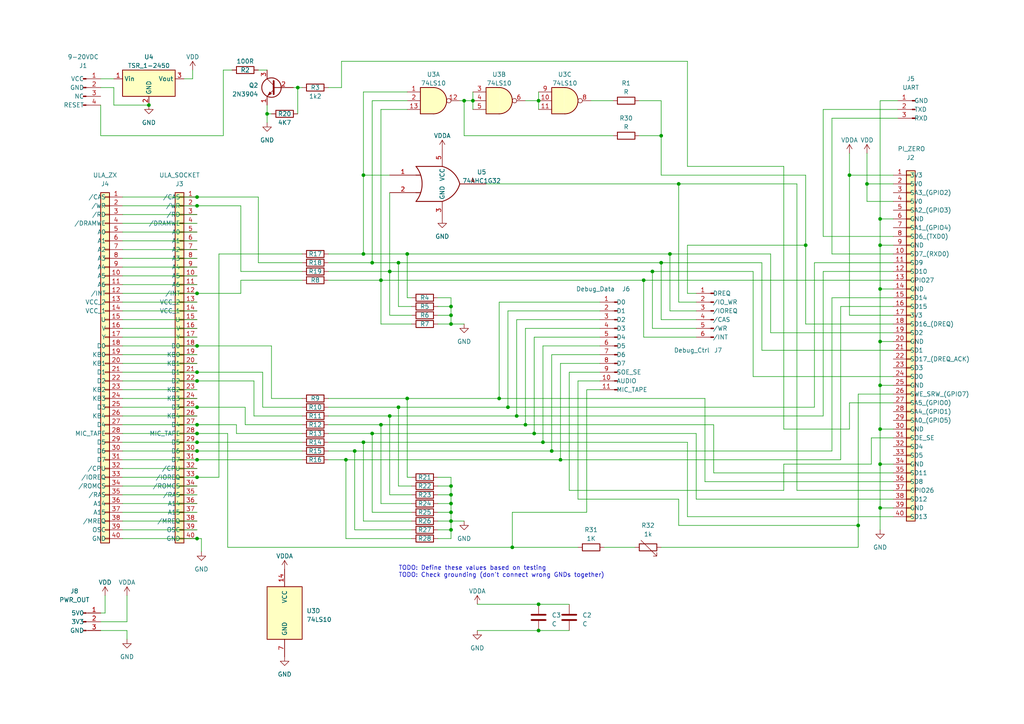
<source format=kicad_sch>
(kicad_sch (version 20230121) (generator eeschema)
  (paper "A4")
  (title_block (title "HD-Speccys") (date "2023-05-14") (rev "1.0B") (company "RA Sewell"))
  (lib_symbols
    (symbol "74xGxx:74AHC1G32"
      (property "Reference" "U" (at -2.54 3.81 0))
      (property "Value" "74AHC1G32" (at 0 -3.81 0))
      (symbol "74AHC1G32_1_1"
        (pin input line (at -15.24 2.54 0) (length 7.62) (name "~") (number "1"))
        (pin input line (at -15.24 -2.54 0) (length 7.62) (name "~") (number "2"))
        (pin power_in line (at 0 -10.16 90) (length 5.08) (name "GND") (number "3"))
        (pin output line (at 12.7 0 180) (length 7.62) (name "~") (number "4"))
        (pin power_in line (at 0 10.16 270) (length 5.08) (name "VCC") (number "5"))
      )
    )
    (symbol "74xx:74LS10" (pin_names (offset 1.016))
      (property "Reference" "U" (at 0 1.27 0))
      (property "Value" "74LS10" (at 0 -1.27 0))
      (symbol "74LS10_1_1"
        (pin input line (at -7.62 2.54 0) (length 3.81) (name "~") (number "1"))
        (pin output inverted (at 7.62 0 180) (length 3.81) (name "~") (number "12"))
        (pin input line (at -7.62 -2.54 0) (length 3.81) (name "~") (number "13"))
        (pin input line (at -7.62 0 0) (length 3.81) (name "~") (number "2"))
      )
      (symbol "74LS10_1_2"
        (pin input inverted (at -7.62 2.54 0) (length 4.318) (name "~") (number "1"))
        (pin output line (at 7.62 0 180) (length 3.81) (name "~") (number "12"))
        (pin input inverted (at -7.62 -2.54 0) (length 4.318) (name "~") (number "13"))
        (pin input inverted (at -7.62 0 0) (length 4.953) (name "~") (number "2"))
      )
      (symbol "74LS10_2_1"
        (pin input line (at -7.62 2.54 0) (length 3.81) (name "~") (number "3"))
        (pin input line (at -7.62 0 0) (length 3.81) (name "~") (number "4"))
        (pin input line (at -7.62 -2.54 0) (length 3.81) (name "~") (number "5"))
        (pin output inverted (at 7.62 0 180) (length 3.81) (name "~") (number "6"))
      )
      (symbol "74LS10_2_2"
        (pin input inverted (at -7.62 2.54 0) (length 4.318) (name "~") (number "3"))
        (pin input inverted (at -7.62 0 0) (length 4.953) (name "~") (number "4"))
        (pin input inverted (at -7.62 -2.54 0) (length 4.318) (name "~") (number "5"))
        (pin output line (at 7.62 0 180) (length 3.81) (name "~") (number "6"))
      )
      (symbol "74LS10_3_1"
        (pin input line (at -7.62 0 0) (length 3.81) (name "~") (number "10"))
        (pin input line (at -7.62 -2.54 0) (length 3.81) (name "~") (number "11"))
        (pin output inverted (at 7.62 0 180) (length 3.81) (name "~") (number "8"))
        (pin input line (at -7.62 2.54 0) (length 3.81) (name "~") (number "9"))
      )
      (symbol "74LS10_3_2"
        (pin input inverted (at -7.62 0 0) (length 4.953) (name "~") (number "10"))
        (pin input inverted (at -7.62 -2.54 0) (length 4.318) (name "~") (number "11"))
        (pin output line (at 7.62 0 180) (length 3.81) (name "~") (number "8"))
        (pin input inverted (at -7.62 2.54 0) (length 4.318) (name "~") (number "9"))
      )
      (symbol "74LS10_4_0"
        (pin power_in line (at 0 12.7 270) (length 5.08) (name "VCC") (number "14"))
        (pin power_in line (at 0 -12.7 90) (length 5.08) (name "GND") (number "7"))
      )
    )
    (symbol "Conn_01x03_Pin_1" (pin_names (offset 1.016))
      (property "Reference" "J8" (at 0.635 3.81 0))
      (property "Value" "GND" (at 0.635 1.27 0))
      (symbol "Conn_01x03_Pin_1_1_1"
        (pin passive line (at 5.08 2.54 180) (length 3.81) (name "5V0") (number "1"))
        (pin passive line (at 5.08 0 180) (length 3.81) (name "3V3") (number "2"))
        (pin passive line (at 5.08 -2.54 180) (length 3.81) (name "GND") (number "3"))
      )
    )
    (symbol "Conn_01x40_1" (pin_names (offset 1.016))
      (property "Reference" "J3" (at 0 -54.61 0))
      (property "Value" "ULA_SOCKET_02x20" (at 0 -57.15 0))
      (symbol "Conn_01x40_1_1_1"
        (pin passive line (at -5.08 48.26 0) (length 3.81) (name "/CAS") (number "1"))
        (pin passive line (at -5.08 25.4 0) (length 3.81) (name "A5") (number "10"))
        (pin passive line (at -5.08 22.86 0) (length 3.81) (name "A6") (number "11"))
        (pin passive line (at -5.08 20.32 0) (length 3.81) (name "/INT") (number "12"))
        (pin passive line (at -5.08 17.78 0) (length 3.81) (name "VCC_2") (number "13"))
        (pin passive line (at -5.08 15.24 0) (length 3.81) (name "VCC_1") (number "14"))
        (pin passive line (at -5.08 12.7 0) (length 3.81) (name "U") (number "15"))
        (pin passive line (at -5.08 10.16 0) (length 3.81) (name "V") (number "16"))
        (pin passive line (at -5.08 7.62 0) (length 3.81) (name "Y") (number "17"))
        (pin passive line (at -5.08 5.08 0) (length 3.81) (name "D0") (number "18"))
        (pin passive line (at -5.08 2.54 0) (length 3.81) (name "KB0") (number "19"))
        (pin passive line (at -5.08 45.72 0) (length 3.81) (name "/WR") (number "2"))
        (pin passive line (at -5.08 0 0) (length 3.81) (name "KB1") (number "20"))
        (pin passive line (at -5.08 -2.54 0) (length 3.81) (name "D1") (number "21"))
        (pin passive line (at -5.08 -5.08 0) (length 3.81) (name "D2") (number "22"))
        (pin passive line (at -5.08 -7.62 0) (length 3.81) (name "KB2") (number "23"))
        (pin passive line (at -5.08 -10.16 0) (length 3.81) (name "KB3") (number "24"))
        (pin passive line (at -5.08 -12.7 0) (length 3.81) (name "D3") (number "25"))
        (pin passive line (at -5.08 -15.24 0) (length 3.81) (name "KB4") (number "26"))
        (pin passive line (at -5.08 -17.78 0) (length 3.81) (name "D4") (number "27"))
        (pin passive line (at -5.08 -20.32 0) (length 3.81) (name "MIC_TAPE") (number "28"))
        (pin passive line (at -5.08 -22.86 0) (length 3.81) (name "D5") (number "29"))
        (pin passive line (at -5.08 43.18 0) (length 3.81) (name "/RD") (number "3"))
        (pin passive line (at -5.08 -25.4 0) (length 3.81) (name "D6") (number "30"))
        (pin passive line (at -5.08 -27.94 0) (length 3.81) (name "D7") (number "31"))
        (pin passive line (at -5.08 -30.48 0) (length 3.81) (name "/CPU") (number "32"))
        (pin passive line (at -5.08 -33.02 0) (length 3.81) (name "/IOREQ") (number "33"))
        (pin passive line (at -5.08 -35.56 0) (length 3.81) (name "/ROMCS") (number "34"))
        (pin passive line (at -5.08 -38.1 0) (length 3.81) (name "/RAS") (number "35"))
        (pin passive line (at -5.08 -40.64 0) (length 3.81) (name "A14") (number "36"))
        (pin passive line (at -5.08 -43.18 0) (length 3.81) (name "A15") (number "37"))
        (pin passive line (at -5.08 -45.72 0) (length 3.81) (name "/MREQ") (number "38"))
        (pin passive line (at -5.08 -48.26 0) (length 3.81) (name "OSC") (number "39"))
        (pin passive line (at -5.08 40.64 0) (length 3.81) (name "/DRAMWE") (number "4"))
        (pin passive line (at -5.08 -50.8 0) (length 3.81) (name "GND") (number "40"))
        (pin passive line (at -5.08 38.1 0) (length 3.81) (name "A0") (number "5"))
        (pin passive line (at -5.08 35.56 0) (length 3.81) (name "A1") (number "6"))
        (pin passive line (at -5.08 33.02 0) (length 3.81) (name "A2") (number "7"))
        (pin passive line (at -5.08 30.48 0) (length 3.81) (name "A3") (number "8"))
        (pin passive line (at -5.08 27.94 0) (length 3.81) (name "A4") (number "9"))
      )
    )
    (symbol "Conn_01x40_2" (pin_names (offset 1.016))
      (property "Reference" "J1" (at 2.54 -0.635 0))
      (property "Value" "PI_ZERO_2x20" (at 2.54 -3.175 0))
      (symbol "Conn_01x40_2_1_1"
        (pin passive line (at -5.08 48.26 0) (length 3.81) (name "3V3") (number "1"))
        (pin passive line (at -5.08 25.4 0) (length 3.81) (name "SD7_(RXD0)") (number "10"))
        (pin passive line (at -5.08 22.86 0) (length 3.81) (name "SD9") (number "11"))
        (pin passive line (at -5.08 20.32 0) (length 3.81) (name "SD10") (number "12"))
        (pin passive line (at -5.08 17.78 0) (length 3.81) (name "GPIO27") (number "13"))
        (pin passive line (at -5.08 15.24 0) (length 3.81) (name "GND") (number "14"))
        (pin passive line (at -5.08 12.7 0) (length 3.81) (name "SD14") (number "15"))
        (pin passive line (at -5.08 10.16 0) (length 3.81) (name "SD15") (number "16"))
        (pin passive line (at -5.08 7.62 0) (length 3.81) (name "3V3") (number "17"))
        (pin passive line (at -5.08 5.08 0) (length 3.81) (name "SD16_(DREQ)") (number "18"))
        (pin passive line (at -5.08 2.54 0) (length 3.81) (name "SD2") (number "19"))
        (pin passive line (at -5.08 45.72 0) (length 3.81) (name "5V0") (number "2"))
        (pin passive line (at -5.08 0 0) (length 3.81) (name "GND") (number "20"))
        (pin passive line (at -5.08 -2.54 0) (length 3.81) (name "SD1") (number "21"))
        (pin passive line (at -5.08 -5.08 0) (length 3.81) (name "SD17_(DREQ_ACK)") (number "22"))
        (pin passive line (at -5.08 -7.62 0) (length 3.81) (name "SD3") (number "23"))
        (pin passive line (at -5.08 -10.16 0) (length 3.81) (name "SD0") (number "24"))
        (pin passive line (at -5.08 -12.7 0) (length 3.81) (name "GND") (number "25"))
        (pin passive line (at -5.08 -15.24 0) (length 3.81) (name "SWE_SRW_(GPIO7)") (number "26"))
        (pin passive line (at -5.08 -17.78 0) (length 3.81) (name "SA5_(GPIO0)") (number "27"))
        (pin passive line (at -5.08 -20.32 0) (length 3.81) (name "SA4_(GPIO1)") (number "28"))
        (pin passive line (at -5.08 -22.86 0) (length 3.81) (name "SA0_(GPIO5)") (number "29"))
        (pin passive line (at -5.08 43.18 0) (length 3.81) (name "SA3_(GPIO2)") (number "3"))
        (pin passive line (at -5.08 -25.4 0) (length 3.81) (name "GND") (number "30"))
        (pin passive line (at -5.08 -27.94 0) (length 3.81) (name "SOE_SE") (number "31"))
        (pin passive line (at -5.08 -30.48 0) (length 3.81) (name "SD4") (number "32"))
        (pin passive line (at -5.08 -33.02 0) (length 3.81) (name "SD5") (number "33"))
        (pin passive line (at -5.08 -35.56 0) (length 3.81) (name "GND") (number "34"))
        (pin passive line (at -5.08 -38.1 0) (length 3.81) (name "SD11") (number "35"))
        (pin passive line (at -5.08 -40.64 0) (length 3.81) (name "SD8") (number "36"))
        (pin passive line (at -5.08 -43.18 0) (length 3.81) (name "GPIO26") (number "37"))
        (pin passive line (at -5.08 -45.72 0) (length 3.81) (name "SD12") (number "38"))
        (pin passive line (at -5.08 -48.26 0) (length 3.81) (name "GND") (number "39"))
        (pin passive line (at -5.08 40.64 0) (length 3.81) (name "5V0") (number "4"))
        (pin passive line (at -5.08 -50.8 0) (length 3.81) (name "SD13") (number "40"))
        (pin passive line (at -5.08 38.1 0) (length 3.81) (name "SA2_(GPIO3)") (number "5"))
        (pin passive line (at -5.08 35.56 0) (length 3.81) (name "GND") (number "6"))
        (pin passive line (at -5.08 33.02 0) (length 3.81) (name "SA1_(GPIO4)") (number "7"))
        (pin passive line (at -5.08 30.48 0) (length 3.81) (name "SD6_(TXD0)") (number "8"))
        (pin passive line (at -5.08 27.94 0) (length 3.81) (name "GND") (number "9"))
      )
    )
    (symbol "Connector:Conn_01x03_Pin" (pin_names (offset 1.016))
      (property "Reference" "J4" (at 0.635 6.35 0))
      (property "Value" "Conn_01x03_Pin" (at 0.635 3.81 0))
      (symbol "Conn_01x03_Pin_1_1"
        (pin passive line (at 5.08 2.54 180) (length 3.81) (name "GND") (number "1"))
        (pin passive line (at 5.08 0 180) (length 3.81) (name "TXD") (number "2"))
        (pin passive line (at 5.08 -2.54 180) (length 3.81) (name "RXD") (number "3"))
      )
    )
    (symbol "Connector:Conn_01x04_Pin" (pin_names (offset 1.016))
      (property "Reference" "J1" (at 0.635 3.81 0))
      (property "Value" "9-20VDC" (at 0 6.35 0))
      (symbol "Conn_01x04_Pin_1_1"
        (pin passive line (at 5.08 2.54 180) (length 3.81) (name "VCC") (number "1"))
        (pin passive line (at 5.08 0 180) (length 3.81) (name "GND") (number "2"))
        (pin passive line (at 5.08 -2.54 180) (length 3.81) (name "NC") (number "3"))
        (pin passive line (at 5.08 -5.08 180) (length 3.81) (name "RESET") (number "4"))
      )
    )
    (symbol "Connector:Conn_01x06_Pin" (pin_names (offset 1.016))
      (property "Reference" "J7" (at -5.08 1.27 0))
      (property "Value" "Debug_Ctrl" (at -5.08 -1.27 0))
      (symbol "Conn_01x06_Pin_1_1"
        (pin passive line (at 5.08 5.08 180) (length 3.81) (name "DREQ") (number "1"))
        (pin passive line (at 5.08 2.54 180) (length 3.81) (name "/IO_WR") (number "2"))
        (pin passive line (at 5.08 0 180) (length 3.81) (name "/IOREQ") (number "3"))
        (pin passive line (at 5.08 -2.54 180) (length 3.81) (name "/CAS") (number "4"))
        (pin passive line (at 5.08 -5.08 180) (length 3.81) (name "/WR") (number "5"))
        (pin passive line (at 5.08 -7.62 180) (length 3.81) (name "/INT") (number "6"))
      )
    )
    (symbol "Connector:Conn_01x11_Pin" (pin_names (offset 1.016))
      (property "Reference" "J6" (at -2.54 16.51 0))
      (property "Value" "Debug_Data" (at 6.35 16.51 0))
      (symbol "Conn_01x11_Pin_1_1"
        (pin passive line (at 5.08 12.7 180) (length 3.81) (name "D0") (number "1"))
        (pin passive line (at 5.08 -10.16 180) (length 3.81) (name "AUDIO") (number "10"))
        (pin passive line (at 5.08 -12.7 180) (length 3.81) (name "MIC_TAPE") (number "11"))
        (pin passive line (at 5.08 10.16 180) (length 3.81) (name "D1") (number "2"))
        (pin passive line (at 5.08 7.62 180) (length 3.81) (name "D2") (number "3"))
        (pin passive line (at 5.08 5.08 180) (length 3.81) (name "D3") (number "4"))
        (pin passive line (at 5.08 2.54 180) (length 3.81) (name "D4") (number "5"))
        (pin passive line (at 5.08 0 180) (length 3.81) (name "D5") (number "6"))
        (pin passive line (at 5.08 -2.54 180) (length 3.81) (name "D6") (number "7"))
        (pin passive line (at 5.08 -5.08 180) (length 3.81) (name "D7") (number "8"))
        (pin passive line (at 5.08 -7.62 180) (length 3.81) (name "SOE_SE") (number "9"))
      )
    )
    (symbol "Device:C" (pin_numbers hide) (pin_names (offset 0.254))
      (property "Reference" "C" (at 0.635 2.54 0))
      (property "Value" "C" (at 0.635 -2.54 0))
      (symbol "C_1_1"
        (pin passive line (at 0 3.81 270) (length 2.794) (name "~") (number "1"))
        (pin passive line (at 0 -3.81 90) (length 2.794) (name "~") (number "2"))
      )
    )
    (symbol "Device:R" (pin_numbers hide) (pin_names (offset 0))
      (property "Reference" "R" (at 2.032 0 90))
      (property "Value" "R" (at 0 0 90))
      (symbol "R_1_1"
        (pin passive line (at 0 3.81 270) (length 1.27) (name "~") (number "1"))
        (pin passive line (at 0 -3.81 90) (length 1.27) (name "~") (number "2"))
      )
    )
    (symbol "Device:R_Variable" (pin_numbers hide) (pin_names (offset 0))
      (property "Reference" "R" (at 2.54 -2.54 90))
      (property "Value" "R_Variable" (at -2.54 -1.27 90))
      (symbol "R_Variable_1_1"
        (pin passive line (at 0 3.81 270) (length 1.27) (name "~") (number "1"))
        (pin passive line (at 0 -3.81 90) (length 1.27) (name "~") (number "2"))
      )
    )
    (symbol "Regulator_Switching:TSR_1-2450"
      (property "Reference" "U" (at -7.62 6.35 0))
      (property "Value" "TSR_1-2450" (at -1.27 6.35 0))
      (symbol "TSR_1-2450_1_1"
        (pin power_in line (at -10.16 2.54 0) (length 2.54) (name "Vin") (number "1"))
        (pin power_in line (at 0 -5.08 90) (length 2.54) (name "GND") (number "2"))
        (pin power_out line (at 10.16 2.54 180) (length 2.54) (name "Vout") (number "3"))
      )
    )
    (symbol "Transistor_BJT:2N3904" (pin_names (offset 0) hide)
      (property "Reference" "Q" (at 5.08 1.905 0))
      (property "Value" "2N3904" (at 5.08 0 0))
      (symbol "2N3904_1_1"
        (pin passive line (at 2.54 -5.08 90) (length 2.54) (name "E") (number "1"))
        (pin passive line (at -5.08 0 0) (length 5.715) (name "B") (number "2"))
        (pin passive line (at 2.54 5.08 270) (length 2.54) (name "C") (number "3"))
      )
    )
    (symbol "power:GND" (power) (pin_names (offset 0))
      (property "Value" "GND" (at 0 -3.81 0))
      (symbol "GND_1_1"
        (pin power_in line (at 0 0 270) (length 0) hide (name "GND") (number "1"))
      )
    )
    (symbol "power:VDD" (power) (pin_names (offset 0))
      (property "Value" "VDD" (at 0 3.81 0))
      (symbol "VDD_1_1"
        (pin power_in line (at 0 0 90) (length 0) hide (name "VDD") (number "1"))
      )
    )
    (symbol "power:VDDA" (power) (pin_names (offset 0))
      (property "Value" "VDDA" (at 0 3.81 0))
      (symbol "VDDA_1_1"
        (pin power_in line (at 0 0 90) (length 0) hide (name "VDDA") (number "1"))
      )
    )
  )
  (junction (at 57.15 123.19))
  (junction (at 154.94 125.73))
  (junction (at 130.81 153.67))
  (junction (at 57.15 107.95))
  (junction (at 130.81 140.97))
  (junction (at 107.95 125.73))
  (junction (at 110.49 123.19))
  (junction (at 144.78 115.57))
  (junction (at 255.27 99.06))
  (junction (at 255.27 124.46))
  (junction (at 100.33 133.35))
  (junction (at 57.15 110.49))
  (junction (at 191.77 76.2))
  (junction (at 255.27 83.82))
  (junction (at 152.4 123.19))
  (junction (at 191.77 39.37))
  (junction (at 246.38 50.8))
  (junction (at 189.23 78.74))
  (junction (at 148.59 158.75))
  (junction (at 156.21 182.88))
  (junction (at 113.03 120.65))
  (junction (at 137.16 29.21))
  (junction (at 86.36 25.4))
  (junction (at 57.15 128.27))
  (junction (at 113.03 78.74))
  (junction (at 115.57 118.11))
  (junction (at 255.27 147.32))
  (junction (at 162.56 133.35))
  (junction (at 107.95 76.2))
  (junction (at 255.27 63.5))
  (junction (at 130.81 143.51))
  (junction (at 130.81 146.05))
  (junction (at 57.15 100.33))
  (junction (at 196.85 53.34))
  (junction (at 130.81 88.9))
  (junction (at 57.15 133.35))
  (junction (at 255.27 111.76))
  (junction (at 57.15 130.81))
  (junction (at 57.15 85.09))
  (junction (at 57.15 156.21))
  (junction (at 105.41 128.27))
  (junction (at 43.18 30.48))
  (junction (at 156.21 175.26))
  (junction (at 130.81 148.59))
  (junction (at 147.32 118.11))
  (junction (at 105.41 50.8))
  (junction (at 194.31 73.66))
  (junction (at 130.81 93.98))
  (junction (at 57.15 138.43))
  (junction (at 186.69 81.28))
  (junction (at 160.02 130.81))
  (junction (at 115.57 76.2))
  (junction (at 130.81 151.13))
  (junction (at 102.87 130.81))
  (junction (at 118.11 73.66))
  (junction (at 110.49 81.28))
  (junction (at 57.15 59.69))
  (junction (at 157.48 128.27))
  (junction (at 255.27 71.12))
  (junction (at 156.21 29.21))
  (junction (at 105.41 73.66))
  (junction (at 57.15 57.15))
  (junction (at 233.68 71.12))
  (junction (at 248.92 152.4))
  (junction (at 118.11 115.57))
  (junction (at 134.62 29.21))
  (junction (at 57.15 118.11))
  (junction (at 251.46 53.34))
  (junction (at 57.15 125.73))
  (junction (at 130.81 91.44))
  (junction (at 255.27 134.62))
  (junction (at 77.47 33.02))
  (junction (at 149.86 120.65))
  (wire (pts (xy 30.48 177.8) (xy 29.21 177.8)))
  (wire (pts (xy 241.3 73.66) (xy 241.3 34.29)))
  (wire (pts (xy 259.08 71.12) (xy 255.27 71.12)))
  (wire (pts (xy 95.25 125.73) (xy 107.95 125.73)))
  (wire (pts (xy 35.56 130.81) (xy 57.15 130.81)))
  (wire (pts (xy 167.64 144.78) (xy 196.85 144.78)))
  (wire (pts (xy 201.93 85.09) (xy 199.39 85.09)))
  (wire (pts (xy 130.81 91.44) (xy 130.81 93.98)))
  (wire (pts (xy 148.59 148.59) (xy 170.18 148.59)))
  (wire (pts (xy 64.77 39.37) (xy 64.77 20.32)))
  (wire (pts (xy 160.02 130.81) (xy 241.3 130.81)))
  (wire (pts (xy 35.56 143.51) (xy 57.15 143.51)))
  (wire (pts (xy 113.03 78.74) (xy 189.23 78.74)))
  (wire (pts (xy 259.08 63.5) (xy 255.27 63.5)))
  (wire (pts (xy 107.95 76.2) (xy 115.57 76.2)))
  (wire (pts (xy 160.02 102.87) (xy 160.02 130.81)))
  (wire (pts (xy 63.5 73.66) (xy 87.63 73.66)))
  (wire (pts (xy 35.56 148.59) (xy 57.15 148.59)))
  (wire (pts (xy 175.26 158.75) (xy 184.15 158.75)))
  (wire (pts (xy 35.56 133.35) (xy 57.15 133.35)))
  (wire (pts (xy 35.56 90.17) (xy 57.15 90.17)))
  (wire (pts (xy 35.56 102.87) (xy 57.15 102.87)))
  (wire (pts (xy 227.33 48.26) (xy 199.39 48.26)))
  (wire (pts (xy 55.88 20.32) (xy 55.88 22.86)))
  (wire (pts (xy 127 146.05) (xy 130.81 146.05)))
  (wire (pts (xy 127 153.67) (xy 130.81 153.67)))
  (wire (pts (xy 35.56 62.23) (xy 57.15 62.23)))
  (wire (pts (xy 100.33 156.21) (xy 119.38 156.21)))
  (wire (pts (xy 29.21 25.4) (xy 33.02 25.4)))
  (wire (pts (xy 251.46 58.42) (xy 251.46 53.34)))
  (wire (pts (xy 58.42 156.21) (xy 57.15 156.21)))
  (wire (pts (xy 259.08 50.8) (xy 246.38 50.8)))
  (wire (pts (xy 246.38 50.8) (xy 246.38 44.45)))
  (wire (pts (xy 113.03 120.65) (xy 149.86 120.65)))
  (wire (pts (xy 100.33 133.35) (xy 162.56 133.35)))
  (wire (pts (xy 130.81 138.43) (xy 130.81 140.97)))
  (wire (pts (xy 255.27 63.5) (xy 255.27 71.12)))
  (wire (pts (xy 35.56 118.11) (xy 57.15 118.11)))
  (wire (pts (xy 95.25 128.27) (xy 105.41 128.27)))
  (wire (pts (xy 110.49 146.05) (xy 110.49 123.19)))
  (wire (pts (xy 246.38 50.8) (xy 246.38 91.44)))
  (wire (pts (xy 134.62 29.21) (xy 137.16 29.21)))
  (wire (pts (xy 110.49 81.28) (xy 186.69 81.28)))
  (wire (pts (xy 127 138.43) (xy 130.81 138.43)))
  (wire (pts (xy 227.33 124.46) (xy 227.33 48.26)))
  (wire (pts (xy 154.94 97.79) (xy 154.94 125.73)))
  (wire (pts (xy 252.73 134.62) (xy 227.33 134.62)))
  (wire (pts (xy 255.27 147.32) (xy 255.27 153.67)))
  (wire (pts (xy 255.27 134.62) (xy 255.27 147.32)))
  (wire (pts (xy 199.39 128.27) (xy 199.39 149.86)))
  (wire (pts (xy 35.56 80.01) (xy 57.15 80.01)))
  (wire (pts (xy 73.66 120.65) (xy 73.66 110.49)))
  (wire (pts (xy 35.56 110.49) (xy 57.15 110.49)))
  (wire (pts (xy 35.56 69.85) (xy 57.15 69.85)))
  (wire (pts (xy 259.08 58.42) (xy 251.46 58.42)))
  (wire (pts (xy 156.21 182.88) (xy 165.1 182.88)))
  (wire (pts (xy 156.21 26.67) (xy 156.21 29.21)))
  (wire (pts (xy 149.86 120.65) (xy 238.76 120.65)))
  (wire (pts (xy 137.16 26.67) (xy 137.16 29.21)))
  (wire (pts (xy 99.06 17.78) (xy 199.39 17.78)))
  (wire (pts (xy 35.56 57.15) (xy 57.15 57.15)))
  (wire (pts (xy 191.77 50.8) (xy 233.68 50.8)))
  (wire (pts (xy 259.08 99.06) (xy 255.27 99.06)))
  (wire (pts (xy 105.41 26.67) (xy 105.41 50.8)))
  (wire (pts (xy 127 156.21) (xy 130.81 156.21)))
  (wire (pts (xy 105.41 151.13) (xy 119.38 151.13)))
  (wire (pts (xy 152.4 123.19) (xy 207.01 123.19)))
  (wire (pts (xy 35.56 95.25) (xy 57.15 95.25)))
  (wire (pts (xy 95.25 78.74) (xy 113.03 78.74)))
  (wire (pts (xy 189.23 78.74) (xy 218.44 78.74)))
  (wire (pts (xy 218.44 109.22) (xy 259.08 109.22)))
  (wire (pts (xy 58.42 156.21) (xy 58.42 160.02)))
  (wire (pts (xy 196.85 152.4) (xy 248.92 152.4)))
  (wire (pts (xy 259.08 127) (xy 252.73 127)))
  (wire (pts (xy 199.39 48.26) (xy 199.39 17.78)))
  (wire (pts (xy 138.43 175.26) (xy 156.21 175.26)))
  (wire (pts (xy 63.5 73.66) (xy 63.5 138.43)))
  (wire (pts (xy 255.27 29.21) (xy 255.27 63.5)))
  (wire (pts (xy 173.99 95.25) (xy 152.4 95.25)))
  (wire (pts (xy 35.56 151.13) (xy 57.15 151.13)))
  (wire (pts (xy 113.03 143.51) (xy 119.38 143.51)))
  (wire (pts (xy 118.11 86.36) (xy 118.11 73.66)))
  (wire (pts (xy 57.15 107.95) (xy 76.2 107.95)))
  (wire (pts (xy 201.93 95.25) (xy 189.23 95.25)))
  (wire (pts (xy 66.04 125.73) (xy 57.15 125.73)))
  (wire (pts (xy 119.38 88.9) (xy 115.57 88.9)))
  (wire (pts (xy 36.83 180.34) (xy 29.21 180.34)))
  (wire (pts (xy 201.93 125.73) (xy 201.93 144.78)))
  (wire (pts (xy 29.21 39.37) (xy 64.77 39.37)))
  (wire (pts (xy 238.76 68.58) (xy 238.76 31.75)))
  (wire (pts (xy 162.56 105.41) (xy 162.56 133.35)))
  (wire (pts (xy 173.99 100.33) (xy 157.48 100.33)))
  (wire (pts (xy 149.86 92.71) (xy 149.86 120.65)))
  (wire (pts (xy 35.56 153.67) (xy 57.15 153.67)))
  (wire (pts (xy 113.03 78.74) (xy 113.03 91.44)))
  (wire (pts (xy 246.38 116.84) (xy 246.38 124.46)))
  (wire (pts (xy 110.49 31.75) (xy 118.11 31.75)))
  (wire (pts (xy 127 140.97) (xy 130.81 140.97)))
  (wire (pts (xy 185.42 29.21) (xy 191.77 29.21)))
  (wire (pts (xy 130.81 156.21) (xy 130.81 153.67)))
  (wire (pts (xy 127 148.59) (xy 130.81 148.59)))
  (wire (pts (xy 35.56 67.31) (xy 57.15 67.31)))
  (wire (pts (xy 127 93.98) (xy 130.81 93.98)))
  (wire (pts (xy 243.84 88.9) (xy 243.84 133.35)))
  (wire (pts (xy 156.21 29.21) (xy 156.21 31.75)))
  (wire (pts (xy 255.27 124.46) (xy 255.27 134.62)))
  (wire (pts (xy 241.3 86.36) (xy 259.08 86.36)))
  (wire (pts (xy 259.08 116.84) (xy 246.38 116.84)))
  (wire (pts (xy 199.39 71.12) (xy 233.68 71.12)))
  (wire (pts (xy 68.58 123.19) (xy 68.58 125.73)))
  (wire (pts (xy 165.1 107.95) (xy 173.99 107.95)))
  (wire (pts (xy 35.56 120.65) (xy 57.15 120.65)))
  (wire (pts (xy 95.25 81.28) (xy 110.49 81.28)))
  (wire (pts (xy 55.88 22.86) (xy 53.34 22.86)))
  (wire (pts (xy 35.56 138.43) (xy 57.15 138.43)))
  (wire (pts (xy 57.15 128.27) (xy 87.63 128.27)))
  (wire (pts (xy 127 143.51) (xy 130.81 143.51)))
  (wire (pts (xy 162.56 133.35) (xy 243.84 133.35)))
  (wire (pts (xy 33.02 30.48) (xy 43.18 30.48)))
  (wire (pts (xy 255.27 111.76) (xy 255.27 124.46)))
  (wire (pts (xy 107.95 29.21) (xy 118.11 29.21)))
  (wire (pts (xy 127 91.44) (xy 130.81 91.44)))
  (wire (pts (xy 95.25 115.57) (xy 118.11 115.57)))
  (wire (pts (xy 134.62 39.37) (xy 177.8 39.37)))
  (wire (pts (xy 35.56 87.63) (xy 57.15 87.63)))
  (wire (pts (xy 165.1 142.24) (xy 227.33 142.24)))
  (wire (pts (xy 173.99 90.17) (xy 147.32 90.17)))
  (wire (pts (xy 259.08 91.44) (xy 246.38 91.44)))
  (wire (pts (xy 238.76 78.74) (xy 259.08 78.74)))
  (wire (pts (xy 196.85 53.34) (xy 231.14 53.34)))
  (wire (pts (xy 77.47 30.48) (xy 77.47 33.02)))
  (wire (pts (xy 102.87 130.81) (xy 160.02 130.81)))
  (wire (pts (xy 105.41 128.27) (xy 157.48 128.27)))
  (wire (pts (xy 77.47 33.02) (xy 77.47 35.56)))
  (wire (pts (xy 201.93 92.71) (xy 191.77 92.71)))
  (wire (pts (xy 220.98 76.2) (xy 220.98 101.6)))
  (wire (pts (xy 218.44 78.74) (xy 218.44 109.22)))
  (wire (pts (xy 76.2 118.11) (xy 76.2 107.95)))
  (wire (pts (xy 35.56 82.55) (xy 57.15 82.55)))
  (wire (pts (xy 130.81 86.36) (xy 130.81 88.9)))
  (wire (pts (xy 233.68 71.12) (xy 233.68 93.98)))
  (wire (pts (xy 110.49 146.05) (xy 119.38 146.05)))
  (wire (pts (xy 152.4 29.21) (xy 156.21 29.21)))
  (wire (pts (xy 35.56 59.69) (xy 57.15 59.69)))
  (wire (pts (xy 35.56 92.71) (xy 57.15 92.71)))
  (wire (pts (xy 110.49 93.98) (xy 110.49 81.28)))
  (wire (pts (xy 57.15 110.49) (xy 73.66 110.49)))
  (wire (pts (xy 204.47 139.7) (xy 259.08 139.7)))
  (wire (pts (xy 130.81 151.13) (xy 134.62 151.13)))
  (wire (pts (xy 105.41 151.13) (xy 105.41 128.27)))
  (wire (pts (xy 167.64 110.49) (xy 167.64 144.78)))
  (wire (pts (xy 64.77 20.32) (xy 67.31 20.32)))
  (wire (pts (xy 35.56 77.47) (xy 57.15 77.47)))
  (wire (pts (xy 236.22 76.2) (xy 259.08 76.2)))
  (wire (pts (xy 115.57 140.97) (xy 119.38 140.97)))
  (wire (pts (xy 35.56 74.93) (xy 57.15 74.93)))
  (wire (pts (xy 147.32 90.17) (xy 147.32 118.11)))
  (wire (pts (xy 233.68 93.98) (xy 259.08 93.98)))
  (wire (pts (xy 102.87 153.67) (xy 102.87 130.81)))
  (wire (pts (xy 173.99 87.63) (xy 144.78 87.63)))
  (wire (pts (xy 248.92 114.3) (xy 259.08 114.3)))
  (wire (pts (xy 241.3 130.81) (xy 241.3 86.36)))
  (wire (pts (xy 238.76 31.75) (xy 260.35 31.75)))
  (wire (pts (xy 35.56 100.33) (xy 57.15 100.33)))
  (wire (pts (xy 259.08 134.62) (xy 255.27 134.62)))
  (wire (pts (xy 95.25 120.65) (xy 113.03 120.65)))
  (wire (pts (xy 118.11 73.66) (xy 194.31 73.66)))
  (wire (pts (xy 78.74 115.57) (xy 87.63 115.57)))
  (wire (pts (xy 35.56 64.77) (xy 57.15 64.77)))
  (wire (pts (xy 36.83 172.72) (xy 36.83 180.34)))
  (wire (pts (xy 115.57 76.2) (xy 191.77 76.2)))
  (wire (pts (xy 173.99 97.79) (xy 154.94 97.79)))
  (wire (pts (xy 36.83 182.88) (xy 36.83 185.42)))
  (wire (pts (xy 148.59 148.59) (xy 148.59 158.75)))
  (wire (pts (xy 69.85 81.28) (xy 87.63 81.28)))
  (wire (pts (xy 85.09 25.4) (xy 86.36 25.4)))
  (wire (pts (xy 259.08 124.46) (xy 255.27 124.46)))
  (wire (pts (xy 148.59 158.75) (xy 66.04 158.75)))
  (wire (pts (xy 251.46 44.45) (xy 251.46 53.34)))
  (wire (pts (xy 170.18 113.03) (xy 170.18 148.59)))
  (wire (pts (xy 73.66 120.65) (xy 87.63 120.65)))
  (wire (pts (xy 127 151.13) (xy 130.81 151.13)))
  (wire (pts (xy 171.45 29.21) (xy 177.8 29.21)))
  (wire (pts (xy 107.95 148.59) (xy 119.38 148.59)))
  (wire (pts (xy 115.57 88.9) (xy 115.57 76.2)))
  (wire (pts (xy 133.35 29.21) (xy 134.62 29.21)))
  (wire (pts (xy 102.87 153.67) (xy 119.38 153.67)))
  (wire (pts (xy 144.78 87.63) (xy 144.78 115.57)))
  (wire (pts (xy 260.35 29.21) (xy 255.27 29.21)))
  (wire (pts (xy 201.93 87.63) (xy 196.85 87.63)))
  (wire (pts (xy 71.12 123.19) (xy 87.63 123.19)))
  (wire (pts (xy 35.56 85.09) (xy 57.15 85.09)))
  (wire (pts (xy 107.95 148.59) (xy 107.95 125.73)))
  (wire (pts (xy 248.92 114.3) (xy 248.92 152.4)))
  (wire (pts (xy 119.38 86.36) (xy 118.11 86.36)))
  (wire (pts (xy 173.99 110.49) (xy 167.64 110.49)))
  (wire (pts (xy 191.77 76.2) (xy 191.77 92.71)))
  (wire (pts (xy 140.97 53.34) (xy 196.85 53.34)))
  (wire (pts (xy 199.39 85.09) (xy 199.39 71.12)))
  (wire (pts (xy 35.56 140.97) (xy 57.15 140.97)))
  (wire (pts (xy 130.81 88.9) (xy 130.81 91.44)))
  (wire (pts (xy 173.99 92.71) (xy 149.86 92.71)))
  (wire (pts (xy 113.03 55.88) (xy 113.03 78.74)))
  (wire (pts (xy 95.25 73.66) (xy 105.41 73.66)))
  (wire (pts (xy 68.58 123.19) (xy 57.15 123.19)))
  (wire (pts (xy 107.95 29.21) (xy 107.95 76.2)))
  (wire (pts (xy 165.1 142.24) (xy 165.1 107.95)))
  (wire (pts (xy 105.41 73.66) (xy 118.11 73.66)))
  (wire (pts (xy 69.85 59.69) (xy 57.15 59.69)))
  (wire (pts (xy 57.15 130.81) (xy 87.63 130.81)))
  (wire (pts (xy 194.31 73.66) (xy 223.52 73.66)))
  (wire (pts (xy 130.81 93.98) (xy 134.62 93.98)))
  (wire (pts (xy 231.14 53.34) (xy 231.14 142.24)))
  (wire (pts (xy 100.33 156.21) (xy 100.33 133.35)))
  (wire (pts (xy 186.69 81.28) (xy 259.08 81.28)))
  (wire (pts (xy 119.38 93.98) (xy 110.49 93.98)))
  (wire (pts (xy 231.14 142.24) (xy 259.08 142.24)))
  (wire (pts (xy 86.36 25.4) (xy 87.63 25.4)))
  (wire (pts (xy 115.57 140.97) (xy 115.57 118.11)))
  (wire (pts (xy 35.56 146.05) (xy 57.15 146.05)))
  (wire (pts (xy 255.27 83.82) (xy 255.27 99.06)))
  (wire (pts (xy 118.11 138.43) (xy 119.38 138.43)))
  (wire (pts (xy 95.25 123.19) (xy 110.49 123.19)))
  (wire (pts (xy 105.41 50.8) (xy 105.41 73.66)))
  (wire (pts (xy 118.11 115.57) (xy 144.78 115.57)))
  (wire (pts (xy 77.47 33.02) (xy 78.74 33.02)))
  (wire (pts (xy 241.3 34.29) (xy 260.35 34.29)))
  (wire (pts (xy 105.41 26.67) (xy 118.11 26.67)))
  (wire (pts (xy 35.56 107.95) (xy 57.15 107.95)))
  (wire (pts (xy 69.85 78.74) (xy 87.63 78.74)))
  (wire (pts (xy 223.52 73.66) (xy 223.52 96.52)))
  (wire (pts (xy 204.47 115.57) (xy 204.47 139.7)))
  (wire (pts (xy 186.69 81.28) (xy 186.69 97.79)))
  (wire (pts (xy 29.21 22.86) (xy 33.02 22.86)))
  (wire (pts (xy 259.08 83.82) (xy 255.27 83.82)))
  (wire (pts (xy 35.56 115.57) (xy 57.15 115.57)))
  (wire (pts (xy 243.84 88.9) (xy 259.08 88.9)))
  (wire (pts (xy 233.68 50.8) (xy 233.68 71.12)))
  (wire (pts (xy 99.06 25.4) (xy 99.06 17.78)))
  (wire (pts (xy 95.25 133.35) (xy 100.33 133.35)))
  (wire (pts (xy 107.95 125.73) (xy 154.94 125.73)))
  (wire (pts (xy 110.49 123.19) (xy 152.4 123.19)))
  (wire (pts (xy 191.77 39.37) (xy 191.77 29.21)))
  (wire (pts (xy 105.41 50.8) (xy 113.03 50.8)))
  (wire (pts (xy 227.33 134.62) (xy 227.33 142.24)))
  (wire (pts (xy 170.18 113.03) (xy 173.99 113.03)))
  (wire (pts (xy 35.56 72.39) (xy 57.15 72.39)))
  (wire (pts (xy 35.56 135.89) (xy 57.15 135.89)))
  (wire (pts (xy 130.81 146.05) (xy 130.81 148.59)))
  (wire (pts (xy 251.46 53.34) (xy 259.08 53.34)))
  (wire (pts (xy 35.56 105.41) (xy 57.15 105.41)))
  (wire (pts (xy 57.15 100.33) (xy 78.74 100.33)))
  (wire (pts (xy 134.62 29.21) (xy 134.62 39.37)))
  (wire (pts (xy 71.12 123.19) (xy 71.12 118.11)))
  (wire (pts (xy 86.36 33.02) (xy 86.36 25.4)))
  (wire (pts (xy 35.56 128.27) (xy 57.15 128.27)))
  (wire (pts (xy 35.56 123.19) (xy 57.15 123.19)))
  (wire (pts (xy 157.48 100.33) (xy 157.48 128.27)))
  (wire (pts (xy 130.81 153.67) (xy 130.81 151.13)))
  (wire (pts (xy 189.23 78.74) (xy 189.23 95.25)))
  (wire (pts (xy 173.99 105.41) (xy 162.56 105.41)))
  (wire (pts (xy 130.81 143.51) (xy 130.81 146.05)))
  (wire (pts (xy 196.85 53.34) (xy 196.85 87.63)))
  (wire (pts (xy 144.78 115.57) (xy 204.47 115.57)))
  (wire (pts (xy 255.27 71.12) (xy 255.27 83.82)))
  (wire (pts (xy 74.93 76.2) (xy 87.63 76.2)))
  (wire (pts (xy 154.94 125.73) (xy 201.93 125.73)))
  (wire (pts (xy 63.5 138.43) (xy 57.15 138.43)))
  (wire (pts (xy 57.15 118.11) (xy 71.12 118.11)))
  (wire (pts (xy 78.74 115.57) (xy 78.74 100.33)))
  (wire (pts (xy 110.49 31.75) (xy 110.49 81.28)))
  (wire (pts (xy 74.93 57.15) (xy 57.15 57.15)))
  (wire (pts (xy 74.93 20.32) (xy 77.47 20.32)))
  (wire (pts (xy 201.93 97.79) (xy 186.69 97.79)))
  (wire (pts (xy 69.85 85.09) (xy 57.15 85.09)))
  (wire (pts (xy 95.25 76.2) (xy 107.95 76.2)))
  (wire (pts (xy 29.21 30.48) (xy 29.21 39.37)))
  (wire (pts (xy 57.15 133.35) (xy 87.63 133.35)))
  (wire (pts (xy 196.85 144.78) (xy 196.85 152.4)))
  (wire (pts (xy 30.48 172.72) (xy 30.48 177.8)))
  (wire (pts (xy 248.92 158.75) (xy 248.92 152.4)))
  (wire (pts (xy 35.56 97.79) (xy 57.15 97.79)))
  (wire (pts (xy 69.85 81.28) (xy 69.85 85.09)))
  (wire (pts (xy 194.31 73.66) (xy 194.31 90.17)))
  (wire (pts (xy 95.25 130.81) (xy 102.87 130.81)))
  (wire (pts (xy 137.16 29.21) (xy 137.16 31.75)))
  (wire (pts (xy 66.04 158.75) (xy 66.04 125.73)))
  (wire (pts (xy 185.42 39.37) (xy 191.77 39.37)))
  (wire (pts (xy 259.08 68.58) (xy 238.76 68.58)))
  (wire (pts (xy 191.77 158.75) (xy 248.92 158.75)))
  (wire (pts (xy 246.38 124.46) (xy 227.33 124.46)))
  (wire (pts (xy 148.59 158.75) (xy 167.64 158.75)))
  (wire (pts (xy 95.25 25.4) (xy 99.06 25.4)))
  (wire (pts (xy 69.85 59.69) (xy 69.85 78.74)))
  (wire (pts (xy 259.08 111.76) (xy 255.27 111.76)))
  (wire (pts (xy 191.77 76.2) (xy 220.98 76.2)))
  (wire (pts (xy 95.25 118.11) (xy 115.57 118.11)))
  (wire (pts (xy 35.56 113.03) (xy 57.15 113.03)))
  (wire (pts (xy 157.48 128.27) (xy 199.39 128.27)))
  (wire (pts (xy 130.81 151.13) (xy 130.81 148.59)))
  (wire (pts (xy 127 88.9) (xy 130.81 88.9)))
  (wire (pts (xy 147.32 118.11) (xy 236.22 118.11)))
  (wire (pts (xy 236.22 76.2) (xy 236.22 118.11)))
  (wire (pts (xy 127 86.36) (xy 130.81 86.36)))
  (wire (pts (xy 252.73 127) (xy 252.73 134.62)))
  (wire (pts (xy 138.43 182.88) (xy 156.21 182.88)))
  (wire (pts (xy 74.93 57.15) (xy 74.93 76.2)))
  (wire (pts (xy 259.08 73.66) (xy 241.3 73.66)))
  (wire (pts (xy 130.81 140.97) (xy 130.81 143.51)))
  (wire (pts (xy 220.98 101.6) (xy 259.08 101.6)))
  (wire (pts (xy 29.21 182.88) (xy 36.83 182.88)))
  (wire (pts (xy 68.58 125.73) (xy 87.63 125.73)))
  (wire (pts (xy 113.03 143.51) (xy 113.03 120.65)))
  (wire (pts (xy 76.2 118.11) (xy 87.63 118.11)))
  (wire (pts (xy 33.02 25.4) (xy 33.02 30.48)))
  (wire (pts (xy 156.21 175.26) (xy 165.1 175.26)))
  (wire (pts (xy 201.93 144.78) (xy 259.08 144.78)))
  (wire (pts (xy 223.52 96.52) (xy 259.08 96.52)))
  (wire (pts (xy 207.01 137.16) (xy 259.08 137.16)))
  (wire (pts (xy 152.4 95.25) (xy 152.4 123.19)))
  (wire (pts (xy 255.27 99.06) (xy 255.27 111.76)))
  (wire (pts (xy 259.08 147.32) (xy 255.27 147.32)))
  (wire (pts (xy 119.38 91.44) (xy 113.03 91.44)))
  (wire (pts (xy 207.01 123.19) (xy 207.01 137.16)))
  (wire (pts (xy 173.99 102.87) (xy 160.02 102.87)))
  (wire (pts (xy 115.57 118.11) (xy 147.32 118.11)))
  (wire (pts (xy 35.56 125.73) (xy 57.15 125.73)))
  (wire (pts (xy 201.93 90.17) (xy 194.31 90.17)))
  (wire (pts (xy 199.39 149.86) (xy 259.08 149.86)))
  (wire (pts (xy 238.76 120.65) (xy 238.76 78.74)))
  (wire (pts (xy 118.11 115.57) (xy 118.11 138.43)))
  (wire (pts (xy 35.56 156.21) (xy 57.15 156.21)))
  (wire (pts (xy 191.77 50.8) (xy 191.77 39.37)))
  (text "TODO: Define these values based on testing\nTODO: Check grounding (don't connect wrong GNDs together)" (at 115.57 167.64 0) (effects (font (size 1.27 1.27)) (justify left bottom)))
  (symbol (lib_id "power:GND") (at 134.62 93.98 0) (unit 1)
    (property "Reference" "#PWR01" (effects hide))
    (property "Value" "GND" (at 134.62 99.06 0))
  )
  (symbol (lib_id "power:GND") (at 36.83 185.42 0) (unit 1)
    (property "Reference" "#PWR017" (effects hide))
    (property "Value" "GND" (at 36.83 190.5 0))
  )
  (symbol (lib_id "Regulator_Switching:TSR_1-2450") (at 43.18 25.4 0) (unit 1)
    (property "Reference" "U4" (at 43.18 16.51 0))
    (property "Value" "TSR_1-2450" (at 43.18 19.05 0))
    (property "Footprint" "Converter_DCDC:Converter_DCDC_Murata_OKI-78SR_Horizontal" (effects hide))
    (property "Datasheet" "http://www.tracopower.com/products/tsr1.pdf" (effects hide))
  )
  (symbol (lib_id "power:VDD") (at 251.46 44.45 0) (unit 1)
    (property "Reference" "#PWR07" (effects hide))
    (property "Value" "VDD" (at 251.46 40.64 0))
  )
  (symbol (lib_id "power:VDDA") (at 82.55 165.1 0) (unit 1)
    (property "Reference" "#PWR010" (effects hide))
    (property "Value" "VDDA" (at 82.55 161.29 0))
  )
  (symbol (lib_id "power:GND") (at 43.18 30.48 0) (unit 1)
    (property "Reference" "#PWR012" (effects hide))
    (property "Value" "GND" (at 43.18 35.56 0))
  )
  (symbol (lib_id "Device:R") (at 123.19 143.51 270) (unit 1)
    (property "Reference" "R23" (at 123.19 143.51 90))
    (property "Value" "R" (effects hide))
    (property "Footprint" "Resistor_SMD:R_0603_1608Metric_Pad0.98x0.95mm_HandSolder" (effects hide))
  )
  (symbol (lib_id "Device:R") (at 123.19 91.44 270) (unit 1)
    (property "Reference" "R6" (at 123.19 91.44 90))
    (property "Value" "R" (effects hide))
    (property "Footprint" "Resistor_SMD:R_0603_1608Metric_Pad0.98x0.95mm_HandSolder" (effects hide))
  )
  (symbol (lib_id "power:VDDA") (at 128.27 43.18 0) (unit 1)
    (property "Reference" "#PWR013" (effects hide))
    (property "Value" "VDDA" (at 128.27 39.37 0))
  )
  (symbol (lib_id "power:VDD") (at 30.48 172.72 0) (unit 1)
    (property "Reference" "#PWR019" (effects hide))
    (property "Value" "VDD" (at 30.48 168.91 0))
  )
  (symbol (lib_id "Device:R") (at 123.19 88.9 270) (unit 1)
    (property "Reference" "R5" (at 123.19 88.9 90))
    (property "Value" "R" (effects hide))
    (property "Footprint" "Resistor_SMD:R_0603_1608Metric_Pad0.98x0.95mm_HandSolder" (effects hide))
  )
  (symbol (lib_id "Device:R") (at 181.61 29.21 270) (unit 1)
    (property "Reference" "R1" (at 181.61 24.13 90))
    (property "Value" "R" (at 181.61 26.67 90))
    (property "Footprint" "Resistor_SMD:R_0603_1608Metric_Pad0.98x0.95mm_HandSolder" (effects hide))
  )
  (symbol (lib_id "Device:R") (at 91.44 118.11 270) (unit 1)
    (property "Reference" "R10" (at 91.44 118.11 90))
    (property "Value" "R" (effects hide))
    (property "Footprint" "Resistor_SMD:R_0603_1608Metric_Pad0.98x0.95mm_HandSolder" (effects hide))
  )
  (symbol (lib_id "Connector:Conn_01x11_Pin") (at 179.07 100.33 0) (mirror y) (unit 1) (in_bom no) (on_board no)
    (property "Reference" "J6" (at 181.61 83.82 0))
    (property "Value" "Debug_Data" (at 172.72 83.82 0))
    (property "Footprint" "Connector_PinHeader_2.54mm:PinHeader_1x11_P2.54mm_Vertical" (effects hide))
  )
  (symbol (lib_id "power:VDD") (at 55.88 20.32 0) (unit 1)
    (property "Reference" "#PWR011" (effects hide))
    (property "Value" "VDD" (at 55.88 16.51 0))
  )
  (symbol (lib_id "Device:R") (at 171.45 158.75 270) (unit 1)
    (property "Reference" "R31" (at 171.45 153.67 90))
    (property "Value" "1K" (at 171.45 156.21 90))
    (property "Footprint" "Resistor_SMD:R_0603_1608Metric_Pad0.98x0.95mm_HandSolder" (effects hide))
  )
  (symbol (lib_id "power:GND") (at 255.27 153.67 0) (unit 1)
    (property "Reference" "#PWR09" (effects hide))
    (property "Value" "GND" (at 255.27 158.75 0))
  )
  (symbol (lib_id "Connector:Conn_01x06_Pin") (at 207.01 90.17 0) (mirror y) (unit 1) (in_bom no) (on_board no)
    (property "Reference" "J7" (at 208.28 101.6 0))
    (property "Value" "Debug_Ctrl" (at 200.66 101.6 0))
    (property "Footprint" "Connector_PinHeader_2.54mm:PinHeader_1x06_P2.54mm_Vertical" (effects hide))
  )
  (symbol (lib_id "Device:R") (at 91.44 78.74 270) (unit 1)
    (property "Reference" "R19" (at 91.44 78.74 90))
    (property "Value" "R" (effects hide))
    (property "Footprint" "Resistor_SMD:R_0603_1608Metric_Pad0.98x0.95mm_HandSolder" (effects hide))
  )
  (symbol (lib_id "power:GND") (at 138.43 182.88 0) (unit 1)
    (property "Reference" "#PWR016" (effects hide))
    (property "Value" "GND" (at 138.43 187.96 0))
  )
  (symbol (lib_name "Conn_01x03_Pin_1") (lib_id "Connector:Conn_01x03_Pin") (at 24.13 180.34 0) (unit 1) (in_bom no) (on_board no)
    (property "Reference" "J8" (at 21.59 171.45 0))
    (property "Value" "PWR_OUT" (at 21.59 173.99 0))
    (property "Footprint" "Connector_PinHeader_2.54mm:PinHeader_1x03_P2.54mm_Vertical" (effects hide))
  )
  (symbol (lib_id "Device:C") (at 156.21 179.07 0) (unit 1)
    (property "Reference" "C3" (at 160.02 178.435 0) (effects (justify left)))
    (property "Value" "C" (at 160.02 180.975 0) (effects (justify left)))
    (property "Footprint" "Capacitor_SMD:C_0603_1608Metric_Pad1.08x0.95mm_HandSolder" (effects hide))
  )
  (symbol (lib_id "Device:C") (at 165.1 179.07 0) (unit 1)
    (property "Reference" "C2" (at 168.91 178.435 0) (effects (justify left)))
    (property "Value" "C" (at 168.91 180.975 0) (effects (justify left)))
    (property "Footprint" "Capacitor_SMD:C_0603_1608Metric_Pad1.08x0.95mm_HandSolder" (effects hide))
  )
  (symbol (lib_id "Transistor_BJT:2N3904") (at 80.01 25.4 0) (mirror y) (unit 1)
    (property "Reference" "Q2" (at 74.93 24.765 0) (effects (justify left)))
    (property "Value" "2N3904" (at 74.93 27.305 0) (effects (justify left)))
    (property "Footprint" "Package_TO_SOT_THT:TO-92_Inline" (effects hide))
    (property "Datasheet" "https://www.onsemi.com/pub/Collateral/2N3903-D.PDF" (effects hide))
  )
  (symbol (lib_id "Device:R_Variable") (at 187.96 158.75 270) (unit 1)
    (property "Reference" "R32" (at 187.96 152.4 90))
    (property "Value" "1k" (at 187.96 154.94 90))
    (property "Footprint" "Potentiometer_SMD:Potentiometer_Bourns_TC33X_Vertical" (effects hide))
  )
  (symbol (lib_id "Connector:Conn_01x04_Pin") (at 24.13 25.4 0) (unit 1)
    (property "Reference" "J1" (at 24.13 19.05 0))
    (property "Value" "9-20VDC" (at 24.13 16.51 0))
    (property "Footprint" "Connector_PinHeader_2.54mm:PinHeader_1x04_P2.54mm_Horizontal" (effects hide))
  )
  (symbol (lib_id "74xx:74LS10") (at 125.73 29.21 0) (unit 1)
    (property "Reference" "U3" (at 125.7217 21.59 0))
    (property "Value" "74LS10" (at 125.7217 24.13 0))
    (property "Footprint" "Package_SO:TSSOP-14_4.4x5mm_P0.65mm" (effects hide))
    (property "Datasheet" "http://www.ti.com/lit/gpn/sn74LS10" (effects hide))
  )
  (symbol (lib_id "power:VDDA") (at 138.43 175.26 0) (unit 1)
    (property "Reference" "#PWR015" (effects hide))
    (property "Value" "VDDA" (at 138.43 171.45 0))
  )
  (symbol (lib_id "Device:R") (at 91.44 130.81 270) (unit 1)
    (property "Reference" "R15" (at 91.44 130.81 90))
    (property "Value" "R" (effects hide))
    (property "Footprint" "Resistor_SMD:R_0603_1608Metric_Pad0.98x0.95mm_HandSolder" (effects hide))
  )
  (symbol (lib_name "Conn_01x40_1") (lib_id "Connector_Generic:Conn_01x40") (at 52.07 105.41 0) (mirror y) (unit 1)
    (property "Reference" "J3" (at 52.07 53.34 0))
    (property "Value" "ULA_SOCKET" (at 52.07 50.8 0))
    (property "Footprint" "Package_DIP:DIP-40_W15.24mm_Socket" (effects hide))
  )
  (symbol (lib_id "Device:R") (at 91.44 115.57 270) (unit 1)
    (property "Reference" "R9" (at 91.44 115.57 90))
    (property "Value" "R" (effects hide))
    (property "Footprint" "Resistor_SMD:R_0603_1608Metric_Pad0.98x0.95mm_HandSolder" (effects hide))
  )
  (symbol (lib_id "Connector:Conn_01x03_Pin") (at 265.43 31.75 0) (mirror y) (unit 1)
    (property "Reference" "J5" (at 264.16 22.86 0))
    (property "Value" "UART" (at 264.16 25.4 0))
    (property "Footprint" "Connector_PinHeader_2.54mm:PinHeader_1x03_P2.54mm_Vertical" (effects hide))
  )
  (symbol (lib_id "power:GND") (at 58.42 160.02 0) (unit 1)
    (property "Reference" "#PWR06" (effects hide))
    (property "Value" "GND" (at 58.42 165.1 0))
  )
  (symbol (lib_id "Device:R") (at 91.44 133.35 270) (unit 1)
    (property "Reference" "R16" (at 91.44 133.35 90))
    (property "Value" "R" (effects hide))
    (property "Footprint" "Resistor_SMD:R_0603_1608Metric_Pad0.98x0.95mm_HandSolder" (effects hide))
  )
  (symbol (lib_id "Device:R") (at 91.44 120.65 270) (unit 1)
    (property "Reference" "R11" (at 91.44 120.65 90))
    (property "Value" "R" (effects hide))
    (property "Footprint" "Resistor_SMD:R_0603_1608Metric_Pad0.98x0.95mm_HandSolder" (effects hide))
  )
  (symbol (lib_id "Device:R") (at 91.44 25.4 270) (unit 1)
    (property "Reference" "R3" (at 91.44 25.4 90))
    (property "Value" "1k2" (at 91.44 27.94 90))
    (property "Footprint" "Resistor_SMD:R_0603_1608Metric_Pad0.98x0.95mm_HandSolder" (effects hide))
  )
  (symbol (lib_name "Conn_01x40_1") (lib_id "Connector_Generic:Conn_01x40") (at 30.48 105.41 0) (mirror y) (unit 1)
    (property "Reference" "J4" (at 30.48 53.34 0))
    (property "Value" "ULA_ZX" (at 30.48 50.8 0))
    (property "Footprint" "Package_DIP:DIP-40_W15.24mm_Socket" (effects hide))
  )
  (symbol (lib_id "Device:R") (at 181.61 39.37 270) (unit 1)
    (property "Reference" "R30" (at 181.61 34.29 90))
    (property "Value" "R" (at 181.61 36.83 90))
    (property "Footprint" "Resistor_SMD:R_0603_1608Metric_Pad0.98x0.95mm_HandSolder" (effects hide))
  )
  (symbol (lib_id "power:GND") (at 134.62 151.13 0) (unit 1)
    (property "Reference" "#PWR02" (effects hide))
    (property "Value" "GND" (at 134.62 156.21 0))
  )
  (symbol (lib_id "Device:R") (at 123.19 138.43 270) (unit 1)
    (property "Reference" "R21" (at 123.19 138.43 90))
    (property "Value" "R" (effects hide))
    (property "Footprint" "Resistor_SMD:R_0603_1608Metric_Pad0.98x0.95mm_HandSolder" (effects hide))
  )
  (symbol (lib_id "Device:R") (at 123.19 148.59 270) (unit 1)
    (property "Reference" "R25" (at 123.19 148.59 90))
    (property "Value" "R" (effects hide))
    (property "Footprint" "Resistor_SMD:R_0603_1608Metric_Pad0.98x0.95mm_HandSolder" (effects hide))
  )
  (symbol (lib_id "power:VDDA") (at 246.38 44.45 0) (unit 1)
    (property "Reference" "#PWR08" (effects hide))
    (property "Value" "VDDA" (at 246.38 40.64 0))
  )
  (symbol (lib_id "power:GND") (at 77.47 35.56 0) (unit 1)
    (property "Reference" "#PWR03" (effects hide))
    (property "Value" "GND" (at 77.47 40.64 0))
  )
  (symbol (lib_id "Device:R") (at 91.44 73.66 270) (unit 1)
    (property "Reference" "R17" (at 91.44 73.66 90))
    (property "Value" "R" (effects hide))
    (property "Footprint" "Resistor_SMD:R_0603_1608Metric_Pad0.98x0.95mm_HandSolder" (effects hide))
  )
  (symbol (lib_id "Device:R") (at 123.19 156.21 270) (unit 1)
    (property "Reference" "R28" (at 123.19 156.21 90))
    (property "Value" "R" (effects hide))
    (property "Footprint" "Resistor_SMD:R_0603_1608Metric_Pad0.98x0.95mm_HandSolder" (effects hide))
  )
  (symbol (lib_id "power:VDDA") (at 36.83 172.72 0) (unit 1)
    (property "Reference" "#PWR018" (effects hide))
    (property "Value" "VDDA" (at 36.83 168.91 0))
  )
  (symbol (lib_id "Device:R") (at 91.44 128.27 270) (unit 1)
    (property "Reference" "R14" (at 91.44 128.27 90))
    (property "Value" "R" (effects hide))
    (property "Footprint" "Resistor_SMD:R_0603_1608Metric_Pad0.98x0.95mm_HandSolder" (effects hide))
  )
  (symbol (lib_id "Device:R") (at 123.19 151.13 270) (unit 1)
    (property "Reference" "R26" (at 123.19 151.13 90))
    (property "Value" "R" (effects hide))
    (property "Footprint" "Resistor_SMD:R_0603_1608Metric_Pad0.98x0.95mm_HandSolder" (effects hide))
  )
  (symbol (lib_id "Device:R") (at 123.19 140.97 270) (unit 1)
    (property "Reference" "R22" (at 123.19 140.97 90))
    (property "Value" "R" (effects hide))
    (property "Footprint" "Resistor_SMD:R_0603_1608Metric_Pad0.98x0.95mm_HandSolder" (effects hide))
  )
  (symbol (lib_id "Device:R") (at 91.44 125.73 270) (unit 1)
    (property "Reference" "R13" (at 91.44 125.73 90))
    (property "Value" "R" (effects hide))
    (property "Footprint" "Resistor_SMD:R_0603_1608Metric_Pad0.98x0.95mm_HandSolder" (effects hide))
  )
  (symbol (lib_id "power:GND") (at 82.55 190.5 0) (unit 1)
    (property "Reference" "#PWR04" (effects hide))
    (property "Value" "GND" (at 82.55 195.58 0))
  )
  (symbol (lib_id "Device:R") (at 82.55 33.02 270) (unit 1)
    (property "Reference" "R20" (at 82.55 33.02 90))
    (property "Value" "4K7" (at 82.55 35.56 90))
    (property "Footprint" "Resistor_SMD:R_0603_1608Metric_Pad0.98x0.95mm_HandSolder" (effects hide))
  )
  (symbol (lib_id "74xx:74LS10") (at 82.55 177.8 0) (unit 4)
    (property "Reference" "U3" (at 88.9 177.165 0) (effects (justify left)))
    (property "Value" "74LS10" (at 88.9 179.705 0) (effects (justify left)))
    (property "Footprint" "Package_SO:TSSOP-14_4.4x5mm_P0.65mm" (effects hide))
    (property "Datasheet" "http://www.ti.com/lit/gpn/sn74LS10" (effects hide))
  )
  (symbol (lib_id "Device:R") (at 123.19 153.67 270) (unit 1)
    (property "Reference" "R27" (at 123.19 153.67 90))
    (property "Value" "R" (effects hide))
    (property "Footprint" "Resistor_SMD:R_0603_1608Metric_Pad0.98x0.95mm_HandSolder" (effects hide))
  )
  (symbol (lib_id "Device:R") (at 91.44 123.19 270) (unit 1)
    (property "Reference" "R12" (at 91.44 123.19 90))
    (property "Value" "R" (effects hide))
    (property "Footprint" "Resistor_SMD:R_0603_1608Metric_Pad0.98x0.95mm_HandSolder" (effects hide))
  )
  (symbol (lib_id "Device:R") (at 123.19 146.05 270) (unit 1)
    (property "Reference" "R24" (at 123.19 146.05 90))
    (property "Value" "R" (effects hide))
    (property "Footprint" "Resistor_SMD:R_0603_1608Metric_Pad0.98x0.95mm_HandSolder" (effects hide))
  )
  (symbol (lib_id "Device:R") (at 123.19 86.36 270) (unit 1)
    (property "Reference" "R4" (at 123.19 86.36 90))
    (property "Value" "R" (effects hide))
    (property "Footprint" "Resistor_SMD:R_0603_1608Metric_Pad0.98x0.95mm_HandSolder" (effects hide))
  )
  (symbol (lib_id "Device:R") (at 91.44 76.2 270) (unit 1)
    (property "Reference" "R18" (at 91.44 76.2 90))
    (property "Value" "R" (effects hide))
    (property "Footprint" "Resistor_SMD:R_0603_1608Metric_Pad0.98x0.95mm_HandSolder" (effects hide))
  )
  (symbol (lib_id "power:GND") (at 128.27 63.5 0) (unit 1)
    (property "Reference" "#PWR014" (effects hide))
    (property "Value" "GND" (at 128.27 68.58 0))
  )
  (symbol (lib_id "74xGxx:74AHC1G32") (at 128.27 53.34 0) (unit 1)
    (property "Reference" "U5" (at 139.7 49.9111 0))
    (property "Value" "74AHC1G32" (at 139.7 52.4511 0))
    (property "Footprint" "Package_TO_SOT_SMD:SOT-353_SC-70-5_Handsoldering" (effects hide))
    (property "Datasheet" "http://www.ti.com/lit/sg/scyt129e/scyt129e.pdf" (effects hide))
  )
  (symbol (lib_id "Device:R") (at 91.44 81.28 270) (unit 1)
    (property "Reference" "R8" (at 91.44 81.28 90))
    (property "Value" "R" (effects hide))
    (property "Footprint" "Resistor_SMD:R_0603_1608Metric_Pad0.98x0.95mm_HandSolder" (effects hide))
  )
  (symbol (lib_name "Conn_01x40_2") (lib_id "Connector_Generic:Conn_01x40") (at 264.16 99.06 0) (unit 1)
    (property "Reference" "J2" (at 262.89 45.72 0) (effects (justify left)))
    (property "Value" "PI_ZERO" (at 260.35 43.18 0) (effects (justify left)))
    (property "Footprint" "Module:Raspberry_Pi_Zero_Socketed_THT_FaceDown_MountingHoles" (effects hide))
  )
  (symbol (lib_id "74xx:74LS10") (at 144.78 29.21 0) (unit 2)
    (property "Reference" "U3" (at 144.7717 21.59 0))
    (property "Value" "74LS10" (at 144.7717 24.13 0))
    (property "Footprint" "Package_SO:TSSOP-14_4.4x5mm_P0.65mm" (effects hide))
    (property "Datasheet" "http://www.ti.com/lit/gpn/sn74LS10" (effects hide))
  )
  (symbol (lib_id "Device:R") (at 123.19 93.98 270) (unit 1)
    (property "Reference" "R7" (at 123.19 93.98 90))
    (property "Value" "R" (effects hide))
    (property "Footprint" "Resistor_SMD:R_0603_1608Metric_Pad0.98x0.95mm_HandSolder" (effects hide))
  )
  (symbol (lib_id "74xx:74LS10") (at 163.83 29.21 0) (unit 3)
    (property "Reference" "U3" (at 163.8217 21.59 0))
    (property "Value" "74LS10" (at 163.8217 24.13 0))
    (property "Footprint" "Package_SO:TSSOP-14_4.4x5mm_P0.65mm" (effects hide))
    (property "Datasheet" "http://www.ti.com/lit/gpn/sn74LS10" (effects hide))
  )
  (symbol (lib_id "Device:R") (at 71.12 20.32 90) (unit 1)
    (property "Reference" "R2" (at 71.12 20.32 90))
    (property "Value" "100R" (at 71.12 17.78 90))
    (property "Footprint" "Resistor_SMD:R_0603_1608Metric_Pad0.98x0.95mm_HandSolder" (effects hide))
  )
)
</source>
